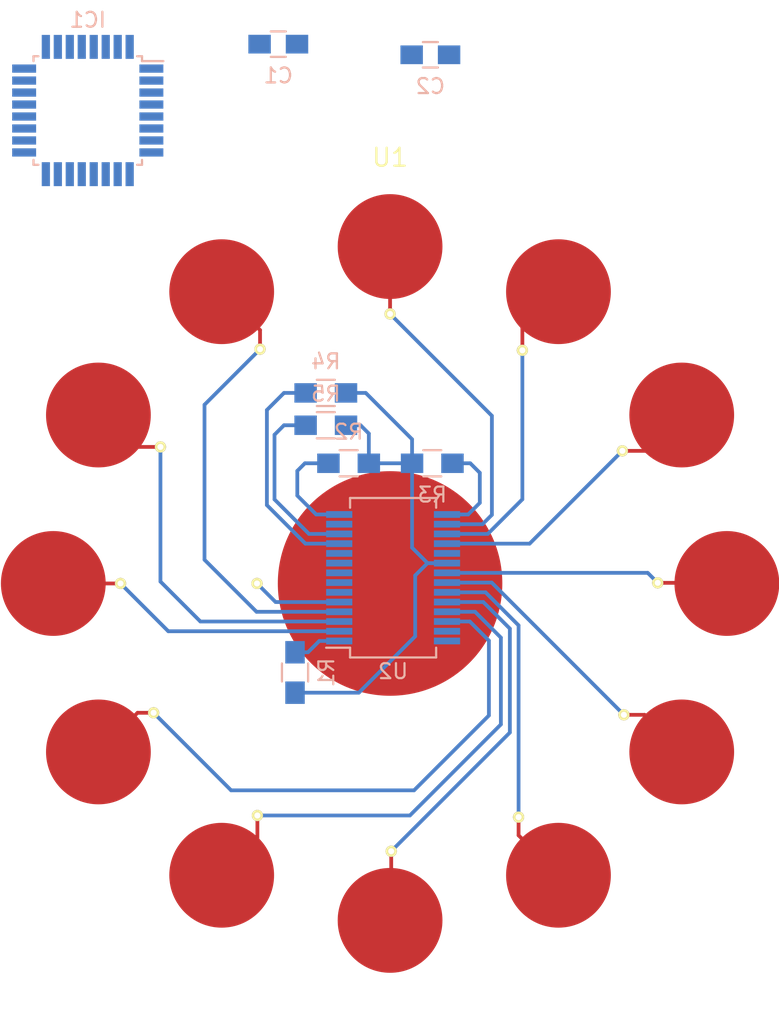
<source format=kicad_pcb>
(kicad_pcb (version 4) (host pcbnew 4.0.2-4+6225~38~ubuntu14.04.1-stable)

  (general
    (links 46)
    (no_connects 11)
    (area 56.186905 64.5422 108.5976 133.3474)
    (thickness 1.6)
    (drawings 15)
    (tracks 103)
    (zones 0)
    (modules 10)
    (nets 55)
  )

  (page A4)
  (layers
    (0 F.Cu signal)
    (31 B.Cu signal)
    (32 B.Adhes user)
    (33 F.Adhes user)
    (34 B.Paste user)
    (35 F.Paste user)
    (36 B.SilkS user)
    (37 F.SilkS user)
    (38 B.Mask user)
    (39 F.Mask user)
    (40 Dwgs.User user)
    (41 Cmts.User user)
    (42 Eco1.User user)
    (43 Eco2.User user)
    (44 Edge.Cuts user)
    (45 Margin user)
    (46 B.CrtYd user)
    (47 F.CrtYd user hide)
    (48 B.Fab user)
    (49 F.Fab user)
  )

  (setup
    (last_trace_width 0.25)
    (trace_clearance 0.2)
    (zone_clearance 0.508)
    (zone_45_only no)
    (trace_min 0.2)
    (segment_width 0.2)
    (edge_width 0.15)
    (via_size 0.75)
    (via_drill 0.4)
    (via_min_size 0.4)
    (via_min_drill 0.3)
    (uvia_size 0.3)
    (uvia_drill 0.1)
    (uvias_allowed no)
    (uvia_min_size 0.2)
    (uvia_min_drill 0.1)
    (pcb_text_width 0.3)
    (pcb_text_size 1.5 1.5)
    (mod_edge_width 0.15)
    (mod_text_size 1 1)
    (mod_text_width 0.15)
    (pad_size 1.524 1.524)
    (pad_drill 0.762)
    (pad_to_mask_clearance 0.2)
    (aux_axis_origin 0 0)
    (visible_elements 7FFFFFFF)
    (pcbplotparams
      (layerselection 0x00030_80000001)
      (usegerberextensions false)
      (excludeedgelayer true)
      (linewidth 0.100000)
      (plotframeref false)
      (viasonmask false)
      (mode 1)
      (useauxorigin false)
      (hpglpennumber 1)
      (hpglpenspeed 20)
      (hpglpendiameter 15)
      (hpglpenoverlay 2)
      (psnegative false)
      (psa4output false)
      (plotreference true)
      (plotvalue true)
      (plotinvisibletext false)
      (padsonsilk false)
      (subtractmaskfromsilk false)
      (outputformat 1)
      (mirror false)
      (drillshape 1)
      (scaleselection 1)
      (outputdirectory ""))
  )

  (net 0 "")
  (net 1 "Net-(IC1-Pad1)")
  (net 2 "Net-(IC1-Pad2)")
  (net 3 "Net-(IC1-Pad3)")
  (net 4 "Net-(IC1-Pad4)")
  (net 5 "Net-(IC1-Pad5)")
  (net 6 "Net-(IC1-Pad6)")
  (net 7 "Net-(IC1-Pad7)")
  (net 8 "Net-(IC1-Pad8)")
  (net 9 "Net-(IC1-Pad9)")
  (net 10 "Net-(IC1-Pad10)")
  (net 11 "Net-(IC1-Pad11)")
  (net 12 "Net-(IC1-Pad12)")
  (net 13 "Net-(IC1-Pad13)")
  (net 14 "Net-(IC1-Pad14)")
  (net 15 "Net-(IC1-Pad15)")
  (net 16 "Net-(IC1-Pad16)")
  (net 17 "Net-(IC1-Pad17)")
  (net 18 "Net-(IC1-Pad18)")
  (net 19 "Net-(IC1-Pad19)")
  (net 20 "Net-(IC1-Pad20)")
  (net 21 "Net-(IC1-Pad21)")
  (net 22 "Net-(IC1-Pad22)")
  (net 23 "Net-(IC1-Pad23)")
  (net 24 "Net-(IC1-Pad24)")
  (net 25 "Net-(IC1-Pad25)")
  (net 26 "Net-(IC1-Pad26)")
  (net 27 /SDA)
  (net 28 /SCL)
  (net 29 "Net-(IC1-Pad29)")
  (net 30 "Net-(IC1-Pad30)")
  (net 31 "Net-(IC1-Pad31)")
  (net 32 /INT)
  (net 33 /RX12)
  (net 34 /RX11)
  (net 35 /RX10)
  (net 36 /RX9)
  (net 37 /RX2)
  (net 38 /RX0)
  (net 39 /RX1)
  (net 40 /RX8)
  (net 41 /RX7)
  (net 42 /RX6)
  (net 43 /RX3)
  (net 44 /RX5)
  (net 45 /RX4)
  (net 46 "Net-(U2-Pad6)")
  (net 47 "Net-(U2-Pad9)")
  (net 48 "Net-(U2-Pad10)")
  (net 49 "Net-(U2-Pad27)")
  (net 50 "Net-(U2-Pad28)")
  (net 51 VCC)
  (net 52 GND)
  (net 53 "Net-(R1-Pad2)")
  (net 54 /SYNC)

  (net_class Default "This is the default net class."
    (clearance 0.2)
    (trace_width 0.25)
    (via_dia 0.75)
    (via_drill 0.4)
    (uvia_dia 0.3)
    (uvia_drill 0.1)
    (add_net /INT)
    (add_net /RX0)
    (add_net /RX1)
    (add_net /RX10)
    (add_net /RX11)
    (add_net /RX12)
    (add_net /RX2)
    (add_net /RX3)
    (add_net /RX4)
    (add_net /RX5)
    (add_net /RX6)
    (add_net /RX7)
    (add_net /RX8)
    (add_net /RX9)
    (add_net /SCL)
    (add_net /SDA)
    (add_net /SYNC)
    (add_net GND)
    (add_net "Net-(IC1-Pad1)")
    (add_net "Net-(IC1-Pad10)")
    (add_net "Net-(IC1-Pad11)")
    (add_net "Net-(IC1-Pad12)")
    (add_net "Net-(IC1-Pad13)")
    (add_net "Net-(IC1-Pad14)")
    (add_net "Net-(IC1-Pad15)")
    (add_net "Net-(IC1-Pad16)")
    (add_net "Net-(IC1-Pad17)")
    (add_net "Net-(IC1-Pad18)")
    (add_net "Net-(IC1-Pad19)")
    (add_net "Net-(IC1-Pad2)")
    (add_net "Net-(IC1-Pad20)")
    (add_net "Net-(IC1-Pad21)")
    (add_net "Net-(IC1-Pad22)")
    (add_net "Net-(IC1-Pad23)")
    (add_net "Net-(IC1-Pad24)")
    (add_net "Net-(IC1-Pad25)")
    (add_net "Net-(IC1-Pad26)")
    (add_net "Net-(IC1-Pad29)")
    (add_net "Net-(IC1-Pad3)")
    (add_net "Net-(IC1-Pad30)")
    (add_net "Net-(IC1-Pad31)")
    (add_net "Net-(IC1-Pad4)")
    (add_net "Net-(IC1-Pad5)")
    (add_net "Net-(IC1-Pad6)")
    (add_net "Net-(IC1-Pad7)")
    (add_net "Net-(IC1-Pad8)")
    (add_net "Net-(IC1-Pad9)")
    (add_net "Net-(R1-Pad2)")
    (add_net "Net-(U2-Pad10)")
    (add_net "Net-(U2-Pad27)")
    (add_net "Net-(U2-Pad28)")
    (add_net "Net-(U2-Pad6)")
    (add_net "Net-(U2-Pad9)")
    (add_net VCC)
  )

  (module touch_circle (layer F.Cu) (tedit 570505F3) (tstamp 5704FBFC)
    (at 82.3976 103.7844)
    (path /5704144A)
    (fp_text reference U1 (at 0 -28.448) (layer F.SilkS)
      (effects (font (size 1.2 1.2) (thickness 0.15)))
    )
    (fp_text value TOUCH_PAD_13 (at 0 28.448) (layer F.Fab)
      (effects (font (size 1.2 1.2) (thickness 0.15)))
    )
    (pad 13 thru_hole circle (at -8.89 0) (size 0.75 0.75) (drill 0.4) (layers *.Cu *.Mask F.SilkS)
      (net 33 /RX12))
    (pad 11 thru_hole circle (at -15.3416 -9.1186) (size 0.75 0.75) (drill 0.4) (layers *.Cu *.Mask F.SilkS)
      (net 35 /RX10))
    (pad 10 thru_hole circle (at -18.0086 0) (size 0.75 0.75) (drill 0.4) (layers *.Cu *.Mask F.SilkS)
      (net 36 /RX9))
    (pad 9 thru_hole circle (at -15.7988 8.636) (size 0.75 0.75) (drill 0.4) (layers *.Cu *.Mask F.SilkS)
      (net 40 /RX8))
    (pad 8 thru_hole circle (at -8.8646 15.494) (size 0.75 0.75) (drill 0.4) (layers *.Cu *.Mask F.SilkS)
      (net 41 /RX7))
    (pad 7 thru_hole circle (at 0.0762 17.8816) (size 0.75 0.75) (drill 0.4) (layers *.Cu *.Mask F.SilkS)
      (net 42 /RX6))
    (pad 6 thru_hole circle (at 8.5852 15.6042) (size 0.75 0.75) (drill 0.4) (layers *.Cu *.Mask F.SilkS)
      (net 44 /RX5))
    (pad 5 thru_hole circle (at 15.621 8.7716) (size 0.75 0.75) (drill 0.4) (layers *.Cu *.Mask F.SilkS)
      (net 45 /RX4))
    (pad 4 thru_hole circle (at 17.8816 -0.0422) (size 0.75 0.75) (drill 0.4) (layers *.Cu *.Mask F.SilkS)
      (net 43 /RX3))
    (pad 3 thru_hole circle (at 15.5194 -8.856) (size 0.75 0.75) (drill 0.4) (layers *.Cu *.Mask F.SilkS)
      (net 37 /RX2))
    (pad 2 thru_hole circle (at 8.8392 -15.5702) (size 0.75 0.75) (drill 0.4) (layers *.Cu *.Mask F.SilkS)
      (net 39 /RX1))
    (pad 12 thru_hole circle (at -8.6868 -15.6464) (size 0.75 0.75) (drill 0.4) (layers *.Cu *.Mask F.SilkS)
      (net 34 /RX11))
    (pad 1 smd circle (at 0 -22.5) (size 7 7) (layers F.Cu)
      (net 38 /RX0))
    (pad 1 thru_hole circle (at 0 -18) (size 0.75 0.75) (drill 0.4) (layers *.Cu *.Mask F.SilkS)
      (net 38 /RX0))
    (pad 2 smd circle (at 11.249999 -19.485571) (size 7 7) (layers F.Cu)
      (net 39 /RX1))
    (pad 3 smd circle (at 19.485571 -11.25) (size 7 7) (layers F.Cu)
      (net 37 /RX2))
    (pad 4 smd circle (at 22.5 0) (size 7 7) (layers F.Cu)
      (net 43 /RX3))
    (pad 5 smd circle (at 19.485571 11.249999) (size 7 7) (layers F.Cu)
      (net 45 /RX4))
    (pad 6 smd circle (at 11.249999 19.485571) (size 7 7) (layers F.Cu)
      (net 44 /RX5))
    (pad 7 smd circle (at 0 22.5) (size 7 7) (layers F.Cu)
      (net 42 /RX6))
    (pad 8 smd circle (at -11.25 19.485571) (size 7 7) (layers F.Cu)
      (net 41 /RX7))
    (pad 9 smd circle (at -19.485571 11.25) (size 7 7) (layers F.Cu)
      (net 40 /RX8))
    (pad 10 smd circle (at -22.5 0) (size 7 7) (layers F.Cu)
      (net 36 /RX9))
    (pad 11 smd circle (at -19.485571 -11.25) (size 7 7) (layers F.Cu)
      (net 35 /RX10))
    (pad 12 smd circle (at -11.25 -19.485571) (size 7 7) (layers F.Cu)
      (net 34 /RX11))
    (pad 13 smd circle (at 0 0) (size 15 15) (layers F.Cu)
      (net 33 /RX12))
  )

  (module Housings_QFP:TQFP-32_7x7mm_Pitch0.8mm (layer B.Cu) (tedit 54130A77) (tstamp 5703B7CB)
    (at 62.2 72.2 180)
    (descr "32-Lead Plastic Thin Quad Flatpack (PT) - 7x7x1.0 mm Body, 2.00 mm [TQFP] (see Microchip Packaging Specification 00000049BS.pdf)")
    (tags "QFP 0.8")
    (path /5703AB3B)
    (attr smd)
    (fp_text reference IC1 (at 0 6.05 180) (layer B.SilkS)
      (effects (font (size 1 1) (thickness 0.15)) (justify mirror))
    )
    (fp_text value ATMEGA328P-A (at 0 -6.05 180) (layer B.Fab)
      (effects (font (size 1 1) (thickness 0.15)) (justify mirror))
    )
    (fp_line (start -5.3 5.3) (end -5.3 -5.3) (layer B.CrtYd) (width 0.05))
    (fp_line (start 5.3 5.3) (end 5.3 -5.3) (layer B.CrtYd) (width 0.05))
    (fp_line (start -5.3 5.3) (end 5.3 5.3) (layer B.CrtYd) (width 0.05))
    (fp_line (start -5.3 -5.3) (end 5.3 -5.3) (layer B.CrtYd) (width 0.05))
    (fp_line (start -3.625 3.625) (end -3.625 3.3) (layer B.SilkS) (width 0.15))
    (fp_line (start 3.625 3.625) (end 3.625 3.3) (layer B.SilkS) (width 0.15))
    (fp_line (start 3.625 -3.625) (end 3.625 -3.3) (layer B.SilkS) (width 0.15))
    (fp_line (start -3.625 -3.625) (end -3.625 -3.3) (layer B.SilkS) (width 0.15))
    (fp_line (start -3.625 3.625) (end -3.3 3.625) (layer B.SilkS) (width 0.15))
    (fp_line (start -3.625 -3.625) (end -3.3 -3.625) (layer B.SilkS) (width 0.15))
    (fp_line (start 3.625 -3.625) (end 3.3 -3.625) (layer B.SilkS) (width 0.15))
    (fp_line (start 3.625 3.625) (end 3.3 3.625) (layer B.SilkS) (width 0.15))
    (fp_line (start -3.625 3.3) (end -5.05 3.3) (layer B.SilkS) (width 0.15))
    (pad 1 smd rect (at -4.25 2.8 180) (size 1.6 0.55) (layers B.Cu B.Paste B.Mask)
      (net 1 "Net-(IC1-Pad1)"))
    (pad 2 smd rect (at -4.25 2 180) (size 1.6 0.55) (layers B.Cu B.Paste B.Mask)
      (net 2 "Net-(IC1-Pad2)"))
    (pad 3 smd rect (at -4.25 1.2 180) (size 1.6 0.55) (layers B.Cu B.Paste B.Mask)
      (net 3 "Net-(IC1-Pad3)"))
    (pad 4 smd rect (at -4.25 0.4 180) (size 1.6 0.55) (layers B.Cu B.Paste B.Mask)
      (net 4 "Net-(IC1-Pad4)"))
    (pad 5 smd rect (at -4.25 -0.4 180) (size 1.6 0.55) (layers B.Cu B.Paste B.Mask)
      (net 5 "Net-(IC1-Pad5)"))
    (pad 6 smd rect (at -4.25 -1.2 180) (size 1.6 0.55) (layers B.Cu B.Paste B.Mask)
      (net 6 "Net-(IC1-Pad6)"))
    (pad 7 smd rect (at -4.25 -2 180) (size 1.6 0.55) (layers B.Cu B.Paste B.Mask)
      (net 7 "Net-(IC1-Pad7)"))
    (pad 8 smd rect (at -4.25 -2.8 180) (size 1.6 0.55) (layers B.Cu B.Paste B.Mask)
      (net 8 "Net-(IC1-Pad8)"))
    (pad 9 smd rect (at -2.8 -4.25 90) (size 1.6 0.55) (layers B.Cu B.Paste B.Mask)
      (net 9 "Net-(IC1-Pad9)"))
    (pad 10 smd rect (at -2 -4.25 90) (size 1.6 0.55) (layers B.Cu B.Paste B.Mask)
      (net 10 "Net-(IC1-Pad10)"))
    (pad 11 smd rect (at -1.2 -4.25 90) (size 1.6 0.55) (layers B.Cu B.Paste B.Mask)
      (net 11 "Net-(IC1-Pad11)"))
    (pad 12 smd rect (at -0.4 -4.25 90) (size 1.6 0.55) (layers B.Cu B.Paste B.Mask)
      (net 12 "Net-(IC1-Pad12)"))
    (pad 13 smd rect (at 0.4 -4.25 90) (size 1.6 0.55) (layers B.Cu B.Paste B.Mask)
      (net 13 "Net-(IC1-Pad13)"))
    (pad 14 smd rect (at 1.2 -4.25 90) (size 1.6 0.55) (layers B.Cu B.Paste B.Mask)
      (net 14 "Net-(IC1-Pad14)"))
    (pad 15 smd rect (at 2 -4.25 90) (size 1.6 0.55) (layers B.Cu B.Paste B.Mask)
      (net 15 "Net-(IC1-Pad15)"))
    (pad 16 smd rect (at 2.8 -4.25 90) (size 1.6 0.55) (layers B.Cu B.Paste B.Mask)
      (net 16 "Net-(IC1-Pad16)"))
    (pad 17 smd rect (at 4.25 -2.8 180) (size 1.6 0.55) (layers B.Cu B.Paste B.Mask)
      (net 17 "Net-(IC1-Pad17)"))
    (pad 18 smd rect (at 4.25 -2 180) (size 1.6 0.55) (layers B.Cu B.Paste B.Mask)
      (net 18 "Net-(IC1-Pad18)"))
    (pad 19 smd rect (at 4.25 -1.2 180) (size 1.6 0.55) (layers B.Cu B.Paste B.Mask)
      (net 19 "Net-(IC1-Pad19)"))
    (pad 20 smd rect (at 4.25 -0.4 180) (size 1.6 0.55) (layers B.Cu B.Paste B.Mask)
      (net 20 "Net-(IC1-Pad20)"))
    (pad 21 smd rect (at 4.25 0.4 180) (size 1.6 0.55) (layers B.Cu B.Paste B.Mask)
      (net 21 "Net-(IC1-Pad21)"))
    (pad 22 smd rect (at 4.25 1.2 180) (size 1.6 0.55) (layers B.Cu B.Paste B.Mask)
      (net 22 "Net-(IC1-Pad22)"))
    (pad 23 smd rect (at 4.25 2 180) (size 1.6 0.55) (layers B.Cu B.Paste B.Mask)
      (net 23 "Net-(IC1-Pad23)"))
    (pad 24 smd rect (at 4.25 2.8 180) (size 1.6 0.55) (layers B.Cu B.Paste B.Mask)
      (net 24 "Net-(IC1-Pad24)"))
    (pad 25 smd rect (at 2.8 4.25 90) (size 1.6 0.55) (layers B.Cu B.Paste B.Mask)
      (net 25 "Net-(IC1-Pad25)"))
    (pad 26 smd rect (at 2 4.25 90) (size 1.6 0.55) (layers B.Cu B.Paste B.Mask)
      (net 26 "Net-(IC1-Pad26)"))
    (pad 27 smd rect (at 1.2 4.25 90) (size 1.6 0.55) (layers B.Cu B.Paste B.Mask)
      (net 27 /SDA))
    (pad 28 smd rect (at 0.4 4.25 90) (size 1.6 0.55) (layers B.Cu B.Paste B.Mask)
      (net 28 /SCL))
    (pad 29 smd rect (at -0.4 4.25 90) (size 1.6 0.55) (layers B.Cu B.Paste B.Mask)
      (net 29 "Net-(IC1-Pad29)"))
    (pad 30 smd rect (at -1.2 4.25 90) (size 1.6 0.55) (layers B.Cu B.Paste B.Mask)
      (net 30 "Net-(IC1-Pad30)"))
    (pad 31 smd rect (at -2 4.25 90) (size 1.6 0.55) (layers B.Cu B.Paste B.Mask)
      (net 31 "Net-(IC1-Pad31)"))
    (pad 32 smd rect (at -2.8 4.25 90) (size 1.6 0.55) (layers B.Cu B.Paste B.Mask)
      (net 32 /INT))
    (model Housings_QFP.3dshapes/TQFP-32_7x7mm_Pitch0.8mm.wrl
      (at (xyz 0 0 0))
      (scale (xyz 1 1 1))
      (rotate (xyz 0 0 0))
    )
  )

  (module Housings_SSOP:SSOP-28_5.3x10.2mm_Pitch0.65mm (layer B.Cu) (tedit 54130A77) (tstamp 5703B7FE)
    (at 82.6 103.4)
    (descr "28-Lead Plastic Shrink Small Outline (SS)-5.30 mm Body [SSOP] (see Microchip Packaging Specification 00000049BS.pdf)")
    (tags "SSOP 0.65")
    (path /570281AD)
    (attr smd)
    (fp_text reference U2 (at 0 6.25) (layer B.SilkS)
      (effects (font (size 1 1) (thickness 0.15)) (justify mirror))
    )
    (fp_text value MTCH6102_SSOP (at 0 -6.25) (layer B.Fab)
      (effects (font (size 1 1) (thickness 0.15)) (justify mirror))
    )
    (fp_line (start -4.75 5.5) (end -4.75 -5.5) (layer B.CrtYd) (width 0.05))
    (fp_line (start 4.75 5.5) (end 4.75 -5.5) (layer B.CrtYd) (width 0.05))
    (fp_line (start -4.75 5.5) (end 4.75 5.5) (layer B.CrtYd) (width 0.05))
    (fp_line (start -4.75 -5.5) (end 4.75 -5.5) (layer B.CrtYd) (width 0.05))
    (fp_line (start -2.875 5.325) (end -2.875 4.675) (layer B.SilkS) (width 0.15))
    (fp_line (start 2.875 5.325) (end 2.875 4.675) (layer B.SilkS) (width 0.15))
    (fp_line (start 2.875 -5.325) (end 2.875 -4.675) (layer B.SilkS) (width 0.15))
    (fp_line (start -2.875 -5.325) (end -2.875 -4.675) (layer B.SilkS) (width 0.15))
    (fp_line (start -2.875 5.325) (end 2.875 5.325) (layer B.SilkS) (width 0.15))
    (fp_line (start -2.875 -5.325) (end 2.875 -5.325) (layer B.SilkS) (width 0.15))
    (fp_line (start -2.875 4.675) (end -4.475 4.675) (layer B.SilkS) (width 0.15))
    (pad 1 smd rect (at -3.6 4.225) (size 1.75 0.45) (layers B.Cu B.Paste B.Mask)
      (net 53 "Net-(R1-Pad2)"))
    (pad 2 smd rect (at -3.6 3.575) (size 1.75 0.45) (layers B.Cu B.Paste B.Mask)
      (net 36 /RX9))
    (pad 3 smd rect (at -3.6 2.925) (size 1.75 0.45) (layers B.Cu B.Paste B.Mask)
      (net 35 /RX10))
    (pad 4 smd rect (at -3.6 2.275) (size 1.75 0.45) (layers B.Cu B.Paste B.Mask)
      (net 34 /RX11))
    (pad 5 smd rect (at -3.6 1.625) (size 1.75 0.45) (layers B.Cu B.Paste B.Mask)
      (net 33 /RX12))
    (pad 6 smd rect (at -3.6 0.975) (size 1.75 0.45) (layers B.Cu B.Paste B.Mask)
      (net 46 "Net-(U2-Pad6)"))
    (pad 7 smd rect (at -3.6 0.325) (size 1.75 0.45) (layers B.Cu B.Paste B.Mask)
      (net 52 GND))
    (pad 8 smd rect (at -3.6 -0.325) (size 1.75 0.45) (layers B.Cu B.Paste B.Mask)
      (net 52 GND))
    (pad 9 smd rect (at -3.6 -0.975) (size 1.75 0.45) (layers B.Cu B.Paste B.Mask)
      (net 47 "Net-(U2-Pad9)"))
    (pad 10 smd rect (at -3.6 -1.625) (size 1.75 0.45) (layers B.Cu B.Paste B.Mask)
      (net 48 "Net-(U2-Pad10)"))
    (pad 11 smd rect (at -3.6 -2.275) (size 1.75 0.45) (layers B.Cu B.Paste B.Mask)
      (net 32 /INT))
    (pad 12 smd rect (at -3.6 -2.925) (size 1.75 0.45) (layers B.Cu B.Paste B.Mask)
      (net 54 /SYNC))
    (pad 13 smd rect (at -3.6 -3.575) (size 1.75 0.45) (layers B.Cu B.Paste B.Mask)
      (net 52 GND))
    (pad 14 smd rect (at -3.6 -4.225) (size 1.75 0.45) (layers B.Cu B.Paste B.Mask)
      (net 27 /SDA))
    (pad 15 smd rect (at 3.6 -4.225) (size 1.75 0.45) (layers B.Cu B.Paste B.Mask)
      (net 28 /SCL))
    (pad 16 smd rect (at 3.6 -3.575) (size 1.75 0.45) (layers B.Cu B.Paste B.Mask)
      (net 38 /RX0))
    (pad 17 smd rect (at 3.6 -2.925) (size 1.75 0.45) (layers B.Cu B.Paste B.Mask)
      (net 39 /RX1))
    (pad 18 smd rect (at 3.6 -2.275) (size 1.75 0.45) (layers B.Cu B.Paste B.Mask)
      (net 37 /RX2))
    (pad 19 smd rect (at 3.6 -1.625) (size 1.75 0.45) (layers B.Cu B.Paste B.Mask)
      (net 52 GND))
    (pad 20 smd rect (at 3.6 -0.975) (size 1.75 0.45) (layers B.Cu B.Paste B.Mask)
      (net 51 VCC))
    (pad 21 smd rect (at 3.6 -0.325) (size 1.75 0.45) (layers B.Cu B.Paste B.Mask)
      (net 43 /RX3))
    (pad 22 smd rect (at 3.6 0.325) (size 1.75 0.45) (layers B.Cu B.Paste B.Mask)
      (net 45 /RX4))
    (pad 23 smd rect (at 3.6 0.975) (size 1.75 0.45) (layers B.Cu B.Paste B.Mask)
      (net 44 /RX5))
    (pad 24 smd rect (at 3.6 1.625) (size 1.75 0.45) (layers B.Cu B.Paste B.Mask)
      (net 42 /RX6))
    (pad 25 smd rect (at 3.6 2.275) (size 1.75 0.45) (layers B.Cu B.Paste B.Mask)
      (net 41 /RX7))
    (pad 26 smd rect (at 3.6 2.925) (size 1.75 0.45) (layers B.Cu B.Paste B.Mask)
      (net 40 /RX8))
    (pad 27 smd rect (at 3.6 3.575) (size 1.75 0.45) (layers B.Cu B.Paste B.Mask)
      (net 49 "Net-(U2-Pad27)"))
    (pad 28 smd rect (at 3.6 4.225) (size 1.75 0.45) (layers B.Cu B.Paste B.Mask)
      (net 50 "Net-(U2-Pad28)"))
    (model Housings_SSOP.3dshapes/SSOP-28_5.3x10.2mm_Pitch0.65mm.wrl
      (at (xyz 0 0 0))
      (scale (xyz 1 1 1))
      (rotate (xyz 0 0 0))
    )
  )

  (module Capacitors_SMD:C_0805_HandSoldering (layer B.Cu) (tedit 541A9B8D) (tstamp 5704FBD7)
    (at 74.93 67.7672)
    (descr "Capacitor SMD 0805, hand soldering")
    (tags "capacitor 0805")
    (path /5704FB03)
    (attr smd)
    (fp_text reference C1 (at 0 2.1) (layer B.SilkS)
      (effects (font (size 1 1) (thickness 0.15)) (justify mirror))
    )
    (fp_text value 0.1uF (at 0 -2.1) (layer B.Fab)
      (effects (font (size 1 1) (thickness 0.15)) (justify mirror))
    )
    (fp_line (start -2.3 1) (end 2.3 1) (layer B.CrtYd) (width 0.05))
    (fp_line (start -2.3 -1) (end 2.3 -1) (layer B.CrtYd) (width 0.05))
    (fp_line (start -2.3 1) (end -2.3 -1) (layer B.CrtYd) (width 0.05))
    (fp_line (start 2.3 1) (end 2.3 -1) (layer B.CrtYd) (width 0.05))
    (fp_line (start 0.5 0.85) (end -0.5 0.85) (layer B.SilkS) (width 0.15))
    (fp_line (start -0.5 -0.85) (end 0.5 -0.85) (layer B.SilkS) (width 0.15))
    (pad 1 smd rect (at -1.25 0) (size 1.5 1.25) (layers B.Cu B.Paste B.Mask)
      (net 51 VCC))
    (pad 2 smd rect (at 1.25 0) (size 1.5 1.25) (layers B.Cu B.Paste B.Mask)
      (net 52 GND))
    (model Capacitors_SMD.3dshapes/C_0805_HandSoldering.wrl
      (at (xyz 0 0 0))
      (scale (xyz 1 1 1))
      (rotate (xyz 0 0 0))
    )
  )

  (module Capacitors_SMD:C_0805_HandSoldering (layer B.Cu) (tedit 541A9B8D) (tstamp 5704FBDD)
    (at 85.09 68.4784)
    (descr "Capacitor SMD 0805, hand soldering")
    (tags "capacitor 0805")
    (path /5704FB99)
    (attr smd)
    (fp_text reference C2 (at 0 2.1) (layer B.SilkS)
      (effects (font (size 1 1) (thickness 0.15)) (justify mirror))
    )
    (fp_text value 10uF (at 0 -2.1) (layer B.Fab)
      (effects (font (size 1 1) (thickness 0.15)) (justify mirror))
    )
    (fp_line (start -2.3 1) (end 2.3 1) (layer B.CrtYd) (width 0.05))
    (fp_line (start -2.3 -1) (end 2.3 -1) (layer B.CrtYd) (width 0.05))
    (fp_line (start -2.3 1) (end -2.3 -1) (layer B.CrtYd) (width 0.05))
    (fp_line (start 2.3 1) (end 2.3 -1) (layer B.CrtYd) (width 0.05))
    (fp_line (start 0.5 0.85) (end -0.5 0.85) (layer B.SilkS) (width 0.15))
    (fp_line (start -0.5 -0.85) (end 0.5 -0.85) (layer B.SilkS) (width 0.15))
    (pad 1 smd rect (at -1.25 0) (size 1.5 1.25) (layers B.Cu B.Paste B.Mask)
      (net 51 VCC))
    (pad 2 smd rect (at 1.25 0) (size 1.5 1.25) (layers B.Cu B.Paste B.Mask)
      (net 52 GND))
    (model Capacitors_SMD.3dshapes/C_0805_HandSoldering.wrl
      (at (xyz 0 0 0))
      (scale (xyz 1 1 1))
      (rotate (xyz 0 0 0))
    )
  )

  (module Resistors_SMD:R_0805_HandSoldering (layer B.Cu) (tedit 54189DEE) (tstamp 5704FBE3)
    (at 76.0476 109.728 90)
    (descr "Resistor SMD 0805, hand soldering")
    (tags "resistor 0805")
    (path /5704F972)
    (attr smd)
    (fp_text reference R1 (at 0 2.1 90) (layer B.SilkS)
      (effects (font (size 1 1) (thickness 0.15)) (justify mirror))
    )
    (fp_text value 20k (at 0 -2.1 90) (layer B.Fab)
      (effects (font (size 1 1) (thickness 0.15)) (justify mirror))
    )
    (fp_line (start -2.4 1) (end 2.4 1) (layer B.CrtYd) (width 0.05))
    (fp_line (start -2.4 -1) (end 2.4 -1) (layer B.CrtYd) (width 0.05))
    (fp_line (start -2.4 1) (end -2.4 -1) (layer B.CrtYd) (width 0.05))
    (fp_line (start 2.4 1) (end 2.4 -1) (layer B.CrtYd) (width 0.05))
    (fp_line (start 0.6 -0.875) (end -0.6 -0.875) (layer B.SilkS) (width 0.15))
    (fp_line (start -0.6 0.875) (end 0.6 0.875) (layer B.SilkS) (width 0.15))
    (pad 1 smd rect (at -1.35 0 90) (size 1.5 1.3) (layers B.Cu B.Paste B.Mask)
      (net 51 VCC))
    (pad 2 smd rect (at 1.35 0 90) (size 1.5 1.3) (layers B.Cu B.Paste B.Mask)
      (net 53 "Net-(R1-Pad2)"))
    (model Resistors_SMD.3dshapes/R_0805_HandSoldering.wrl
      (at (xyz 0 0 0))
      (scale (xyz 1 1 1))
      (rotate (xyz 0 0 0))
    )
  )

  (module Resistors_SMD:R_0805_HandSoldering (layer B.Cu) (tedit 54189DEE) (tstamp 5704FBE9)
    (at 79.629 95.758 180)
    (descr "Resistor SMD 0805, hand soldering")
    (tags "resistor 0805")
    (path /5704F448)
    (attr smd)
    (fp_text reference R2 (at 0 2.1 180) (layer B.SilkS)
      (effects (font (size 1 1) (thickness 0.15)) (justify mirror))
    )
    (fp_text value 1.8k (at 0 -2.1 180) (layer B.Fab)
      (effects (font (size 1 1) (thickness 0.15)) (justify mirror))
    )
    (fp_line (start -2.4 1) (end 2.4 1) (layer B.CrtYd) (width 0.05))
    (fp_line (start -2.4 -1) (end 2.4 -1) (layer B.CrtYd) (width 0.05))
    (fp_line (start -2.4 1) (end -2.4 -1) (layer B.CrtYd) (width 0.05))
    (fp_line (start 2.4 1) (end 2.4 -1) (layer B.CrtYd) (width 0.05))
    (fp_line (start 0.6 -0.875) (end -0.6 -0.875) (layer B.SilkS) (width 0.15))
    (fp_line (start -0.6 0.875) (end 0.6 0.875) (layer B.SilkS) (width 0.15))
    (pad 1 smd rect (at -1.35 0 180) (size 1.5 1.3) (layers B.Cu B.Paste B.Mask)
      (net 51 VCC))
    (pad 2 smd rect (at 1.35 0 180) (size 1.5 1.3) (layers B.Cu B.Paste B.Mask)
      (net 27 /SDA))
    (model Resistors_SMD.3dshapes/R_0805_HandSoldering.wrl
      (at (xyz 0 0 0))
      (scale (xyz 1 1 1))
      (rotate (xyz 0 0 0))
    )
  )

  (module Resistors_SMD:R_0805_HandSoldering (layer B.Cu) (tedit 54189DEE) (tstamp 5704FBEF)
    (at 85.217 95.758)
    (descr "Resistor SMD 0805, hand soldering")
    (tags "resistor 0805")
    (path /5704F490)
    (attr smd)
    (fp_text reference R3 (at 0 2.1) (layer B.SilkS)
      (effects (font (size 1 1) (thickness 0.15)) (justify mirror))
    )
    (fp_text value 1.8k (at 0 -2.1) (layer B.Fab)
      (effects (font (size 1 1) (thickness 0.15)) (justify mirror))
    )
    (fp_line (start -2.4 1) (end 2.4 1) (layer B.CrtYd) (width 0.05))
    (fp_line (start -2.4 -1) (end 2.4 -1) (layer B.CrtYd) (width 0.05))
    (fp_line (start -2.4 1) (end -2.4 -1) (layer B.CrtYd) (width 0.05))
    (fp_line (start 2.4 1) (end 2.4 -1) (layer B.CrtYd) (width 0.05))
    (fp_line (start 0.6 -0.875) (end -0.6 -0.875) (layer B.SilkS) (width 0.15))
    (fp_line (start -0.6 0.875) (end 0.6 0.875) (layer B.SilkS) (width 0.15))
    (pad 1 smd rect (at -1.35 0) (size 1.5 1.3) (layers B.Cu B.Paste B.Mask)
      (net 51 VCC))
    (pad 2 smd rect (at 1.35 0) (size 1.5 1.3) (layers B.Cu B.Paste B.Mask)
      (net 28 /SCL))
    (model Resistors_SMD.3dshapes/R_0805_HandSoldering.wrl
      (at (xyz 0 0 0))
      (scale (xyz 1 1 1))
      (rotate (xyz 0 0 0))
    )
  )

  (module Resistors_SMD:R_0805_HandSoldering (layer B.Cu) (tedit 54189DEE) (tstamp 5704FBF5)
    (at 78.105 91.059 180)
    (descr "Resistor SMD 0805, hand soldering")
    (tags "resistor 0805")
    (path /5704F5FC)
    (attr smd)
    (fp_text reference R4 (at 0 2.1 180) (layer B.SilkS)
      (effects (font (size 1 1) (thickness 0.15)) (justify mirror))
    )
    (fp_text value 4.7k (at 0 -2.1 180) (layer B.Fab)
      (effects (font (size 1 1) (thickness 0.15)) (justify mirror))
    )
    (fp_line (start -2.4 1) (end 2.4 1) (layer B.CrtYd) (width 0.05))
    (fp_line (start -2.4 -1) (end 2.4 -1) (layer B.CrtYd) (width 0.05))
    (fp_line (start -2.4 1) (end -2.4 -1) (layer B.CrtYd) (width 0.05))
    (fp_line (start 2.4 1) (end 2.4 -1) (layer B.CrtYd) (width 0.05))
    (fp_line (start 0.6 -0.875) (end -0.6 -0.875) (layer B.SilkS) (width 0.15))
    (fp_line (start -0.6 0.875) (end 0.6 0.875) (layer B.SilkS) (width 0.15))
    (pad 1 smd rect (at -1.35 0 180) (size 1.5 1.3) (layers B.Cu B.Paste B.Mask)
      (net 51 VCC))
    (pad 2 smd rect (at 1.35 0 180) (size 1.5 1.3) (layers B.Cu B.Paste B.Mask)
      (net 32 /INT))
    (model Resistors_SMD.3dshapes/R_0805_HandSoldering.wrl
      (at (xyz 0 0 0))
      (scale (xyz 1 1 1))
      (rotate (xyz 0 0 0))
    )
  )

  (module Resistors_SMD:R_0805_HandSoldering (layer B.Cu) (tedit 54189DEE) (tstamp 5704FBFB)
    (at 78.105 93.218 180)
    (descr "Resistor SMD 0805, hand soldering")
    (tags "resistor 0805")
    (path /5704F67F)
    (attr smd)
    (fp_text reference R5 (at 0 2.1 180) (layer B.SilkS)
      (effects (font (size 1 1) (thickness 0.15)) (justify mirror))
    )
    (fp_text value 4.7k (at 0 -2.1 180) (layer B.Fab)
      (effects (font (size 1 1) (thickness 0.15)) (justify mirror))
    )
    (fp_line (start -2.4 1) (end 2.4 1) (layer B.CrtYd) (width 0.05))
    (fp_line (start -2.4 -1) (end 2.4 -1) (layer B.CrtYd) (width 0.05))
    (fp_line (start -2.4 1) (end -2.4 -1) (layer B.CrtYd) (width 0.05))
    (fp_line (start 2.4 1) (end 2.4 -1) (layer B.CrtYd) (width 0.05))
    (fp_line (start 0.6 -0.875) (end -0.6 -0.875) (layer B.SilkS) (width 0.15))
    (fp_line (start -0.6 0.875) (end 0.6 0.875) (layer B.SilkS) (width 0.15))
    (pad 1 smd rect (at -1.35 0 180) (size 1.5 1.3) (layers B.Cu B.Paste B.Mask)
      (net 51 VCC))
    (pad 2 smd rect (at 1.35 0 180) (size 1.5 1.3) (layers B.Cu B.Paste B.Mask)
      (net 54 /SYNC))
    (model Resistors_SMD.3dshapes/R_0805_HandSoldering.wrl
      (at (xyz 0 0 0))
      (scale (xyz 1 1 1))
      (rotate (xyz 0 0 0))
    )
  )

  (gr_line (start 71.2 85.2) (end 71.2 81.8) (angle 90) (layer F.Mask) (width 0.2))
  (gr_circle (center 71.2 84.4) (end 72.4 83) (layer F.Mask) (width 0.2))
  (gr_text = (at 84.4 104.2 90) (layer F.Mask)
    (effects (font (size 5 5) (thickness 1)))
  )
  (gr_text > (at 80.6 103.8) (layer F.Mask) (tstamp 570429F1)
    (effects (font (size 4 4) (thickness 1)))
  )
  (gr_text - (at 62.8 92.4) (layer F.Mask) (tstamp 570429D0)
    (effects (font (size 3 3) (thickness 0.5)))
  )
  (gr_text 9 (at 59.8 103.8) (layer F.Mask) (tstamp 570429CB)
    (effects (font (size 3 3) (thickness 0.5)))
  )
  (gr_text 8 (at 62.8 115.2) (layer F.Mask) (tstamp 570429C9)
    (effects (font (size 3 3) (thickness 0.5)))
  )
  (gr_text 7 (at 71.2 123.4) (layer F.Mask) (tstamp 570429C7)
    (effects (font (size 3 3) (thickness 0.5)))
  )
  (gr_text 6 (at 82.2 126.4) (layer F.Mask) (tstamp 570429C5)
    (effects (font (size 3 3) (thickness 0.5)))
  )
  (gr_text 5 (at 93.6 123.4) (layer F.Mask) (tstamp 570429C3)
    (effects (font (size 3 3) (thickness 0.5)))
  )
  (gr_text 4 (at 101.8 115.2) (layer F.Mask) (tstamp 570429C1)
    (effects (font (size 3 3) (thickness 0.5)))
  )
  (gr_text 3 (at 104.8 104) (layer F.Mask) (tstamp 570429BF)
    (effects (font (size 3 3) (thickness 0.5)))
  )
  (gr_text 2 (at 101.8 92.6) (layer F.Mask) (tstamp 570429BD)
    (effects (font (size 3 3) (thickness 0.5)))
  )
  (gr_text 1 (at 93.6 84.2) (layer F.Mask) (tstamp 570429BB)
    (effects (font (size 3 3) (thickness 0.5)))
  )
  (gr_text 0 (at 82.4 81.2) (layer F.Mask)
    (effects (font (size 3 3) (thickness 0.5)))
  )

  (segment (start 79 99.175) (end 77.458 99.175) (width 0.25) (layer B.Cu) (net 27))
  (segment (start 76.708 95.758) (end 78.279 95.758) (width 0.25) (layer B.Cu) (net 27) (tstamp 57050768))
  (segment (start 76.2 96.266) (end 76.708 95.758) (width 0.25) (layer B.Cu) (net 27) (tstamp 57050767))
  (segment (start 76.2 97.917) (end 76.2 96.266) (width 0.25) (layer B.Cu) (net 27) (tstamp 57050762))
  (segment (start 77.458 99.175) (end 76.2 97.917) (width 0.25) (layer B.Cu) (net 27) (tstamp 57050761))
  (segment (start 86.2 99.175) (end 87.618 99.175) (width 0.25) (layer B.Cu) (net 28))
  (segment (start 87.757 95.758) (end 86.567 95.758) (width 0.25) (layer B.Cu) (net 28) (tstamp 5705075E))
  (segment (start 88.392 96.393) (end 87.757 95.758) (width 0.25) (layer B.Cu) (net 28) (tstamp 5705075B))
  (segment (start 88.392 98.401) (end 88.392 96.393) (width 0.25) (layer B.Cu) (net 28) (tstamp 57050759))
  (segment (start 87.618 99.175) (end 88.392 98.401) (width 0.25) (layer B.Cu) (net 28) (tstamp 57050757))
  (segment (start 79 101.125) (end 76.741 101.125) (width 0.25) (layer B.Cu) (net 32) (status 400000))
  (segment (start 75.311 91.059) (end 76.755 91.059) (width 0.25) (layer B.Cu) (net 32) (tstamp 5705080D) (status 800000))
  (segment (start 74.168 92.202) (end 75.311 91.059) (width 0.25) (layer B.Cu) (net 32) (tstamp 5705080B))
  (segment (start 74.168 98.552) (end 74.168 92.202) (width 0.25) (layer B.Cu) (net 32) (tstamp 5705080A))
  (segment (start 76.741 101.125) (end 74.168 98.552) (width 0.25) (layer B.Cu) (net 32) (tstamp 57050809))
  (segment (start 79 105.025) (end 74.7482 105.025) (width 0.25) (layer B.Cu) (net 33))
  (segment (start 74.7482 105.025) (end 73.5076 103.7844) (width 0.25) (layer B.Cu) (net 33) (tstamp 57050643))
  (segment (start 73.7108 88.138) (end 73.7108 86.862029) (width 0.25) (layer F.Cu) (net 34))
  (segment (start 73.7108 86.862029) (end 71.1476 84.298829) (width 0.25) (layer F.Cu) (net 34) (tstamp 5705067C))
  (segment (start 79 105.675) (end 73.475 105.675) (width 0.25) (layer B.Cu) (net 34))
  (segment (start 70 91.8488) (end 73.7108 88.138) (width 0.25) (layer B.Cu) (net 34) (tstamp 57042C1F))
  (segment (start 70 102.2) (end 70 91.8488) (width 0.25) (layer B.Cu) (net 34) (tstamp 57042C19))
  (segment (start 73.475 105.675) (end 70 102.2) (width 0.25) (layer B.Cu) (net 34) (tstamp 57042C0F))
  (segment (start 67.056 94.6658) (end 65.043429 94.6658) (width 0.25) (layer F.Cu) (net 35))
  (segment (start 65.043429 94.6658) (end 62.912029 92.5344) (width 0.25) (layer F.Cu) (net 35) (tstamp 57050676))
  (segment (start 79 106.325) (end 69.725 106.325) (width 0.25) (layer B.Cu) (net 35))
  (segment (start 67.056 103.656) (end 67.056 94.6658) (width 0.25) (layer B.Cu) (net 35) (tstamp 57042C02))
  (segment (start 69.725 106.325) (end 67.056 103.656) (width 0.25) (layer B.Cu) (net 35) (tstamp 57042BFB))
  (segment (start 59.8976 103.7844) (end 64.389 103.7844) (width 0.25) (layer F.Cu) (net 36))
  (segment (start 79 106.975) (end 67.5796 106.975) (width 0.25) (layer B.Cu) (net 36))
  (segment (start 67.5796 106.975) (end 64.389 103.7844) (width 0.25) (layer B.Cu) (net 36) (tstamp 57042BF4))
  (segment (start 97.917 94.9284) (end 99.489171 94.9284) (width 0.25) (layer F.Cu) (net 37))
  (segment (start 99.489171 94.9284) (end 101.883171 92.5344) (width 0.25) (layer F.Cu) (net 37) (tstamp 57050686))
  (segment (start 86.2 101.125) (end 91.7204 101.125) (width 0.25) (layer B.Cu) (net 37))
  (segment (start 91.7204 101.125) (end 97.917 94.9284) (width 0.25) (layer B.Cu) (net 37) (tstamp 57042B8C))
  (segment (start 82.3976 85.7844) (end 82.3976 81.2844) (width 0.25) (layer F.Cu) (net 38))
  (segment (start 82.344599 81.337401) (end 82.3976 81.2844) (width 0.25) (layer F.Cu) (net 38) (tstamp 570421B8))
  (segment (start 86.2 99.825) (end 88.575 99.825) (width 0.25) (layer B.Cu) (net 38))
  (segment (start 89.2 92.5868) (end 82.3976 85.7844) (width 0.25) (layer B.Cu) (net 38) (tstamp 57042B5C))
  (segment (start 89.2 99.2) (end 89.2 92.5868) (width 0.25) (layer B.Cu) (net 38) (tstamp 57042B55))
  (segment (start 88.575 99.825) (end 89.2 99.2) (width 0.25) (layer B.Cu) (net 38) (tstamp 57042B4D))
  (segment (start 91.2368 88.2142) (end 91.2368 86.709628) (width 0.25) (layer F.Cu) (net 39))
  (segment (start 91.2368 86.709628) (end 93.647599 84.298829) (width 0.25) (layer F.Cu) (net 39) (tstamp 57050682))
  (segment (start 86.2 100.475) (end 88.925 100.475) (width 0.25) (layer B.Cu) (net 39))
  (segment (start 91.2368 98.1632) (end 91.2368 88.2142) (width 0.25) (layer B.Cu) (net 39) (tstamp 57042B79))
  (segment (start 88.925 100.475) (end 91.2368 98.1632) (width 0.25) (layer B.Cu) (net 39) (tstamp 57042B77))
  (segment (start 66.5988 112.4204) (end 65.526029 112.4204) (width 0.25) (layer F.Cu) (net 40))
  (segment (start 65.526029 112.4204) (end 62.912029 115.0344) (width 0.25) (layer F.Cu) (net 40) (tstamp 5705069C))
  (segment (start 86.2 106.325) (end 87.725 106.325) (width 0.25) (layer B.Cu) (net 40))
  (segment (start 71.7784 117.6) (end 66.5988 112.4204) (width 0.25) (layer B.Cu) (net 40) (tstamp 57042BED))
  (segment (start 84 117.6) (end 71.7784 117.6) (width 0.25) (layer B.Cu) (net 40) (tstamp 57042BEA))
  (segment (start 89 112.6) (end 84 117.6) (width 0.25) (layer B.Cu) (net 40) (tstamp 57042BE6))
  (segment (start 89 107.6) (end 89 112.6) (width 0.25) (layer B.Cu) (net 40) (tstamp 57042BE2))
  (segment (start 87.725 106.325) (end 89 107.6) (width 0.25) (layer B.Cu) (net 40) (tstamp 57042BDD))
  (segment (start 73.533 119.2784) (end 73.533 120.884571) (width 0.25) (layer F.Cu) (net 41))
  (segment (start 73.533 120.884571) (end 71.1476 123.269971) (width 0.25) (layer F.Cu) (net 41) (tstamp 57050698))
  (segment (start 86.2 105.675) (end 88.075 105.675) (width 0.25) (layer B.Cu) (net 41))
  (segment (start 83.7216 119.2784) (end 73.533 119.2784) (width 0.25) (layer B.Cu) (net 41) (tstamp 57042BD9))
  (segment (start 89.8 113.2) (end 83.7216 119.2784) (width 0.25) (layer B.Cu) (net 41) (tstamp 57042BD5))
  (segment (start 89.8 107.4) (end 89.8 113.2) (width 0.25) (layer B.Cu) (net 41) (tstamp 57042BD2))
  (segment (start 88.075 105.675) (end 89.8 107.4) (width 0.25) (layer B.Cu) (net 41) (tstamp 57042BCD))
  (segment (start 82.4738 121.666) (end 82.4738 126.2082) (width 0.25) (layer F.Cu) (net 42))
  (segment (start 82.4738 126.2082) (end 82.3976 126.2844) (width 0.25) (layer F.Cu) (net 42) (tstamp 57050695))
  (segment (start 86.2 105.025) (end 88.625 105.025) (width 0.25) (layer B.Cu) (net 42))
  (segment (start 90.4 113.7398) (end 82.4738 121.666) (width 0.25) (layer B.Cu) (net 42) (tstamp 57042BC8))
  (segment (start 90.4 106.8) (end 90.4 113.7398) (width 0.25) (layer B.Cu) (net 42) (tstamp 57042BC0))
  (segment (start 88.625 105.025) (end 90.4 106.8) (width 0.25) (layer B.Cu) (net 42) (tstamp 57042BB5))
  (segment (start 100.2792 103.7422) (end 104.8554 103.7422) (width 0.25) (layer F.Cu) (net 43))
  (segment (start 104.8554 103.7422) (end 104.8976 103.7844) (width 0.25) (layer F.Cu) (net 43) (tstamp 5705068A))
  (segment (start 86.2 103.075) (end 99.612 103.075) (width 0.25) (layer B.Cu) (net 43))
  (segment (start 99.612 103.075) (end 100.2792 103.7422) (width 0.25) (layer B.Cu) (net 43) (tstamp 57042B95))
  (segment (start 90.9828 119.3886) (end 90.9828 120.605172) (width 0.25) (layer F.Cu) (net 44))
  (segment (start 90.9828 120.605172) (end 93.647599 123.269971) (width 0.25) (layer F.Cu) (net 44) (tstamp 57050691))
  (segment (start 86.2 104.375) (end 88.775 104.375) (width 0.25) (layer B.Cu) (net 44))
  (segment (start 90.9828 106.5828) (end 90.9828 119.3886) (width 0.25) (layer B.Cu) (net 44) (tstamp 57042BAB))
  (segment (start 88.775 104.375) (end 90.9828 106.5828) (width 0.25) (layer B.Cu) (net 44) (tstamp 57042BA8))
  (segment (start 98.0186 112.556) (end 99.404772 112.556) (width 0.25) (layer F.Cu) (net 45))
  (segment (start 99.404772 112.556) (end 101.883171 115.034399) (width 0.25) (layer F.Cu) (net 45) (tstamp 5705068D))
  (segment (start 86.2 103.725) (end 89.1876 103.725) (width 0.25) (layer B.Cu) (net 45))
  (segment (start 89.1876 103.725) (end 98.0186 112.556) (width 0.25) (layer B.Cu) (net 45) (tstamp 57042B9F))
  (segment (start 79.455 91.059) (end 80.772 91.059) (width 0.25) (layer B.Cu) (net 51) (status 400000))
  (segment (start 83.867 94.154) (end 83.867 95.758) (width 0.25) (layer B.Cu) (net 51) (tstamp 5705081B) (status 800000))
  (segment (start 80.772 91.059) (end 83.867 94.154) (width 0.25) (layer B.Cu) (net 51) (tstamp 5705081A))
  (segment (start 80.979 95.758) (end 80.979 93.773) (width 0.25) (layer B.Cu) (net 51) (status 400000))
  (segment (start 80.424 93.218) (end 79.455 93.218) (width 0.25) (layer B.Cu) (net 51) (tstamp 57050816) (status 800000))
  (segment (start 80.979 93.773) (end 80.424 93.218) (width 0.25) (layer B.Cu) (net 51) (tstamp 57050813))
  (segment (start 80.979 95.758) (end 83.867 95.758) (width 0.25) (layer B.Cu) (net 51))
  (segment (start 86.2 102.425) (end 84.899 102.425) (width 0.25) (layer B.Cu) (net 51))
  (segment (start 83.867 101.393) (end 83.867 95.758) (width 0.25) (layer B.Cu) (net 51) (tstamp 57050733))
  (segment (start 84.899 102.425) (end 83.867 101.393) (width 0.25) (layer B.Cu) (net 51) (tstamp 57050732))
  (segment (start 76.0476 111.078) (end 80.311 111.078) (width 0.25) (layer B.Cu) (net 51))
  (segment (start 84.9 102.425) (end 86.2 102.425) (width 0.25) (layer B.Cu) (net 51) (tstamp 5705064C))
  (segment (start 84.074 103.251) (end 84.9 102.425) (width 0.25) (layer B.Cu) (net 51) (tstamp 5705064B))
  (segment (start 84.074 107.315) (end 84.074 103.251) (width 0.25) (layer B.Cu) (net 51) (tstamp 57050649))
  (segment (start 80.311 111.078) (end 84.074 107.315) (width 0.25) (layer B.Cu) (net 51) (tstamp 57050647))
  (segment (start 79 107.625) (end 77.668 107.625) (width 0.25) (layer B.Cu) (net 53))
  (segment (start 76.915 108.378) (end 76.0476 108.378) (width 0.25) (layer B.Cu) (net 53) (tstamp 57050650))
  (segment (start 77.668 107.625) (end 76.915 108.378) (width 0.25) (layer B.Cu) (net 53) (tstamp 5705064F))
  (segment (start 79 100.475) (end 76.98 100.475) (width 0.25) (layer B.Cu) (net 54) (status 400000))
  (segment (start 75.311 93.218) (end 76.755 93.218) (width 0.25) (layer B.Cu) (net 54) (tstamp 57050806) (status 800000))
  (segment (start 74.676 93.853) (end 75.311 93.218) (width 0.25) (layer B.Cu) (net 54) (tstamp 57050805))
  (segment (start 74.676 98.171) (end 74.676 93.853) (width 0.25) (layer B.Cu) (net 54) (tstamp 57050803))
  (segment (start 76.98 100.475) (end 74.676 98.171) (width 0.25) (layer B.Cu) (net 54) (tstamp 57050801))

)

</source>
